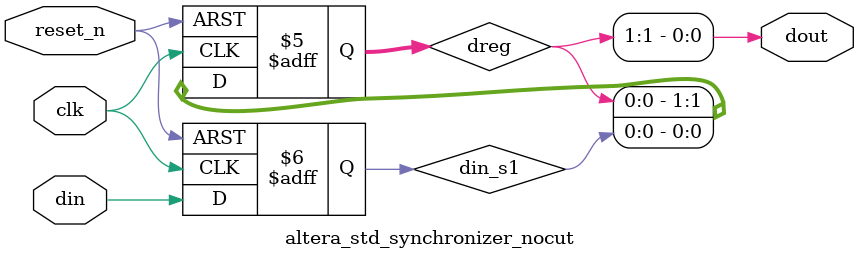
<source format=v>



`timescale 1ns / 1ns

module altera_std_synchronizer_nocut (
                                clk, 
                                reset_n, 
                                din, 
                                dout
                                );

   parameter depth = 3; // This value must be >= 2 !
   parameter rst_value = 0;     
     
   input   clk;
   input   reset_n;    
   input   din;
   output  dout;
   
   // QuartusII synthesis directives:
   //     1. Preserve all registers ie. do not touch them.
   //     2. Do not merge other flip-flops with synchronizer flip-flops.
   // QuartusII TimeQuest directives:
   //     1. Identify all flip-flops in this module as members of the synchronizer 
   //        to enable automatic metastability MTBF analysis.

   (* altera_attribute = {"-name ADV_NETLIST_OPT_ALLOWED NEVER_ALLOW; -name SYNCHRONIZER_IDENTIFICATION FORCED; -name DONT_MERGE_REGISTER ON; -name PRESERVE_REGISTER ON  "} *) reg din_s1;

   (* altera_attribute = {"-name ADV_NETLIST_OPT_ALLOWED NEVER_ALLOW; -name DONT_MERGE_REGISTER ON; -name PRESERVE_REGISTER ON"} *) reg [depth-2:0] dreg;    
   
   //synthesis translate_off
   initial begin
      if (depth <2) begin
         $display("%m: Error: synchronizer length: %0d less than 2.", depth);
      end
   end

   // the first synchronizer register is either a simple D flop for synthesis
   // and non-metastable simulation or a D flop with a method to inject random
   // metastable events resulting in random delay of [0,1] cycles
   
`ifdef __ALTERA_STD__METASTABLE_SIM

   reg[31:0]  RANDOM_SEED = 123456;      
   wire  next_din_s1;
   wire  dout;
   reg   din_last;
   reg          random;
   event metastable_event; // hook for debug monitoring

   initial begin
      $display("%m: Info: Metastable event injection simulation mode enabled");
   end
   
   always @(posedge clk) begin
      if (reset_n == 0)
        random <= $random(RANDOM_SEED);
      else
        random <= $random;
   end

   assign next_din_s1 = (din_last ^ din) ? random : din;   

   always @(posedge clk or negedge reset_n) begin
       if (reset_n == 0) 
         din_last <= (rst_value == 0)? 1'b0 : 1'b1;
       else
         din_last <= din;
   end

   always @(posedge clk or negedge reset_n) begin
       if (reset_n == 0) 
         din_s1 <= (rst_value == 0)? 1'b0 : 1'b1;
       else
         din_s1 <= next_din_s1;
   end
   
`else 

   //synthesis translate_on   
   generate if (rst_value == 0)
       always @(posedge clk or negedge reset_n) begin
           if (reset_n == 0) 
             din_s1 <= 1'b0;
           else
             din_s1 <= din;
       end
   endgenerate
   
   generate if (rst_value == 1)
       always @(posedge clk or negedge reset_n) begin
           if (reset_n == 0) 
             din_s1 <= 1'b1;
           else
             din_s1 <= din;
       end
   endgenerate
   //synthesis translate_off      

`endif

`ifdef __ALTERA_STD__METASTABLE_SIM_VERBOSE
   always @(*) begin
      if (reset_n && (din_last != din) && (random != din)) begin
         $display("%m: Verbose Info: metastable event @ time %t", $time);
         ->metastable_event;
      end
   end      
`endif

   //synthesis translate_on

   // the remaining synchronizer registers form a simple shift register
   // of length depth-1
   generate if (rst_value == 0)
      if (depth < 3) begin
         always @(posedge clk or negedge reset_n) begin
            if (reset_n == 0) 
              dreg <= {depth-1{1'b0}};            
            else
              dreg <= din_s1;
         end         
      end else begin
         always @(posedge clk or negedge reset_n) begin
            if (reset_n == 0) 
              dreg <= {depth-1{1'b0}};
            else
              dreg <= {dreg[depth-3:0], din_s1};
         end
      end
   endgenerate
   
   generate if (rst_value == 1)
      if (depth < 3) begin
         always @(posedge clk or negedge reset_n) begin
            if (reset_n == 0) 
              dreg <= {depth-1{1'b1}};            
            else
              dreg <= din_s1;
         end         
      end else begin
         always @(posedge clk or negedge reset_n) begin
            if (reset_n == 0) 
              dreg <= {depth-1{1'b1}};
            else
              dreg <= {dreg[depth-3:0], din_s1};
         end
      end
   endgenerate

   assign dout = dreg[depth-2];
   
endmodule 


                        

</source>
